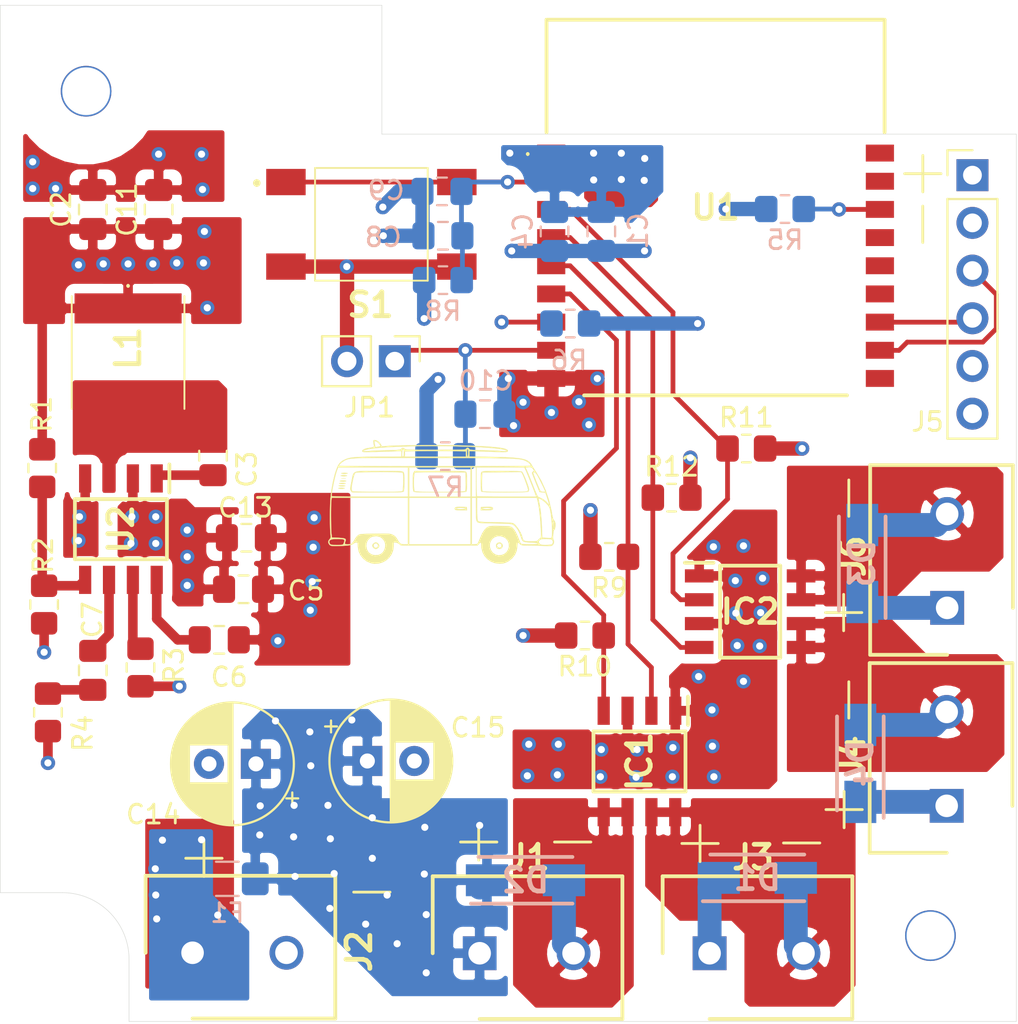
<source format=kicad_pcb>
(kicad_pcb (version 20171130) (host pcbnew "(5.1.8-0-10_14)")
  (layers (0 F.Cu signal) (1 In1.Cu power hide) (2 In2.Cu power hide) (31 B.Cu signal hide) (36 B.SilkS user hide) (37 F.SilkS user) (38 B.Mask user hide) (39 F.Mask user hide) (44 Edge.Cuts user))
  (net 0 "")
  (net 1 +3V3)
  (net 2 GND)
  (net 3 +12V)
  (net 4 "Net-(C7-Pad2)")
  (net 5 /ESP_EN)
  (net 6 /CTS_NC)
  (net 7 /RTS_NC)
  (net 8 /ESP_TXD)
  (net 9 /ESP_RXD)
  (net 10 /U2_SW)
  (net 11 /U2_BST)
  (net 12 /U2_SS)
  (net 13 /U2_COMP)
  (net 14 /U2_FB)
  (net 15 /U2_EN)
  (net 16 /PWM0_D)
  (net 17 /PWM1_D)
  (net 18 /PWM0)
  (net 19 /PWM1)
  (net 20 /GPIO2)
  (net 21 /GPIO9)
  (net 22 /PWM2_D)
  (net 23 /PWM3_D)
  (net 24 /PWM2)
  (net 25 /PWM3)
  (net 26 /GPIO8)
  (net 27 /GPIO10_NC)
  (net 28 /GPIO18_NC)
  (net 29 /GPIO19_NC)
  (net 30 /GPIO3_NC)
  (net 31 /GPIO1_NC)
  (net 32 /GPIO0_NC)
  (net 33 "Net-(F1-Pad1)")
  (module SamacSys_Parts:ESP32C3WROOM02H4 (layer F.Cu) (at 231.787 96.9656)
    (fp_text reference U1 (at 9.5 -10) (layer F.SilkS) (effects (font (size 1.27 1.27) (thickness 0.254))))
    (fp_text value ESP32-C3-WROOM-02-H4 hide)
    (pad 1 smd rect (at 0.75 -12.9 90) (size 0.9 1.5) (layers F.Cu F.Paste F.Mask) (net 1 +3V3))
    (pad 2 smd rect (at 0.75 -11.4 90) (size 0.9 1.5) (layers F.Cu F.Paste F.Mask) (net 5 /ESP_EN))
    (pad 3 smd rect (at 0.75 -9.9 90) (size 0.9 1.5) (layers F.Cu F.Paste F.Mask) (net 25 /PWM3))
    (pad 4 smd rect (at 0.75 -8.4 90) (size 0.9 1.5) (layers F.Cu F.Paste F.Mask) (net 24 /PWM2))
    (pad 5 smd rect (at 0.75 -6.9 90) (size 0.9 1.5) (layers F.Cu F.Paste F.Mask) (net 19 /PWM1))
    (pad 6 smd rect (at 0.75 -5.4 90) (size 0.9 1.5) (layers F.Cu F.Paste F.Mask) (net 18 /PWM0))
    (pad 7 smd rect (at 0.75 -3.9 90) (size 0.9 1.5) (layers F.Cu F.Paste F.Mask) (net 26 /GPIO8))
    (pad 8 smd rect (at 0.75 -2.4 90) (size 0.9 1.5) (layers F.Cu F.Paste F.Mask) (net 21 /GPIO9))
    (pad 9 smd rect (at 0.75 -0.9 90) (size 0.9 1.5) (layers F.Cu F.Paste F.Mask) (net 2 GND))
    (pad 10 smd rect (at 18.25 -0.9 90) (size 0.9 1.5) (layers F.Cu F.Paste F.Mask) (net 27 /GPIO10_NC))
    (pad 11 smd rect (at 18.25 -2.4 90) (size 0.9 1.5) (layers F.Cu F.Paste F.Mask) (net 9 /ESP_RXD))
    (pad 12 smd rect (at 18.25 -3.9 90) (size 0.9 1.5) (layers F.Cu F.Paste F.Mask) (net 8 /ESP_TXD))
    (pad 13 smd rect (at 18.25 -5.4 90) (size 0.9 1.5) (layers F.Cu F.Paste F.Mask) (net 28 /GPIO18_NC))
    (pad 14 smd rect (at 18.25 -6.9 90) (size 0.9 1.5) (layers F.Cu F.Paste F.Mask) (net 29 /GPIO19_NC))
    (pad 15 smd rect (at 18.25 -8.4 90) (size 0.9 1.5) (layers F.Cu F.Paste F.Mask) (net 30 /GPIO3_NC))
    (pad 16 smd rect (at 18.25 -9.9 90) (size 0.9 1.5) (layers F.Cu F.Paste F.Mask) (net 20 /GPIO2))
    (pad 17 smd rect (at 18.25 -11.4 90) (size 0.9 1.5) (layers F.Cu F.Paste F.Mask) (net 31 /GPIO1_NC))
    (pad 18 smd rect (at 18.25 -12.9 90) (size 0.9 1.5) (layers F.Cu F.Paste F.Mask) (net 32 /GPIO0_NC))
  )
  (module MountingHole:MountingHole_2.7mm_M2.5 (layer F.Cu) (at 252.73 125.73 90)
    (fp_text reference H2 hide)
    (fp_text value MountingHole)
    (pad "" np_thru_hole circle (at 0 0 90) (size 2.7 2.7) (drill 2.54) (layers *.Cu *.Mask) (clearance 2.54))
  )
  (module Capacitor_SMD:C_0805_2012Metric_Pad1.18x1.45mm_HandSolder (layer F.Cu) (at 208.1276 87.0712 90)
    (fp_text reference C2 (at 0 -1.68 90) (layer F.SilkS))
    (fp_text value 22uF)
    (pad 2 smd roundrect (at 1.0375 0 90) (size 1.175 1.45) (layers F.Cu F.Paste F.Mask) (roundrect_rratio 0.2127659574468085) (net 2 GND))
    (pad 1 smd roundrect (at -1.0375 0 90) (size 1.175 1.45) (layers F.Cu F.Paste F.Mask) (roundrect_rratio 0.2127659574468085) (net 1 +3V3))
  )
  (module Capacitor_SMD:C_0805_2012Metric_Pad1.18x1.45mm_HandSolder (layer F.Cu) (at 214.5284 100.1776 90)
    (fp_text reference C3 (at -0.7278 1.8034 90) (layer F.SilkS))
    (fp_text value 10nF)
    (pad 1 smd roundrect (at -1.0375 0 90) (size 1.175 1.45) (layers F.Cu F.Paste F.Mask) (roundrect_rratio 0.2127659574468085) (net 11 /U2_BST))
    (pad 2 smd roundrect (at 1.0375 0 90) (size 1.175 1.45) (layers F.Cu F.Paste F.Mask) (roundrect_rratio 0.2127659574468085) (net 10 /U2_SW))
  )
  (module Capacitor_SMD:C_0805_2012Metric_Pad1.18x1.45mm_HandSolder (layer F.Cu) (at 216.154 107.2896)
    (fp_text reference C5 (at 3.3274 0.0762) (layer F.SilkS))
    (fp_text value 10uF)
    (pad 2 smd roundrect (at 1.0375 0) (size 1.175 1.45) (layers F.Cu F.Paste F.Mask) (roundrect_rratio 0.2127659574468085) (net 2 GND))
    (pad 1 smd roundrect (at -1.0375 0) (size 1.175 1.45) (layers F.Cu F.Paste F.Mask) (roundrect_rratio 0.2127659574468085) (net 3 +12V))
  )
  (module Capacitor_SMD:C_0805_2012Metric_Pad1.18x1.45mm_HandSolder (layer F.Cu) (at 214.8625 109.982)
    (fp_text reference C6 (at 0.5295 1.9812) (layer F.SilkS))
    (fp_text value 0.1uF)
    (pad 2 smd roundrect (at 1.0375 0) (size 1.175 1.45) (layers F.Cu F.Paste F.Mask) (roundrect_rratio 0.2127659574468085) (net 2 GND))
    (pad 1 smd roundrect (at -1.0375 0) (size 1.175 1.45) (layers F.Cu F.Paste F.Mask) (roundrect_rratio 0.2127659574468085) (net 12 /U2_SS))
  )
  (module Capacitor_SMD:C_0805_2012Metric_Pad1.18x1.45mm_HandSolder (layer F.Cu) (at 208.1276 111.6076 270)
    (fp_text reference C7 (at -2.6924 0.0254 270) (layer F.SilkS))
    (fp_text value 6.8nF)
    (pad 1 smd roundrect (at -1.0375 0 270) (size 1.175 1.45) (layers F.Cu F.Paste F.Mask) (roundrect_rratio 0.2127659574468085) (net 13 /U2_COMP))
    (pad 2 smd roundrect (at 1.0375 0 270) (size 1.175 1.45) (layers F.Cu F.Paste F.Mask) (roundrect_rratio 0.2127659574468085) (net 4 "Net-(C7-Pad2)"))
  )
  (module SamacSys_Parts:SHDR2W70P0X500_1X2_1000X750X1160P (layer F.Cu) (at 213.44 126.6444)
    (fp_text reference J2 (at 8.8646 -0.0762 270) (layer F.SilkS) (effects (font (size 1.27 1.27) (thickness 0.254))))
    (fp_text value 691137710002 hide)
    (pad 2 thru_hole circle (at 5 0) (size 1.8 1.8) (drill 1.2) (layers *.Cu *.Mask) (net 2 GND))
    (pad 1 thru_hole rect (at 0 0) (size 1.8 1.8) (drill 1.2) (layers *.Cu *.Mask) (net 33 "Net-(F1-Pad1)"))
  )
  (module Connector_PinHeader_2.54mm:PinHeader_1x06_P2.54mm_Vertical (layer F.Cu) (at 254.9652 85.2424)
    (fp_text reference J5 (at -2.3876 13.1318) (layer F.SilkS))
    (fp_text value Conn_01x06_Female)
    (pad 6 thru_hole oval (at 0 12.7) (size 1.7 1.7) (drill 1) (layers *.Cu *.Mask) (net 6 /CTS_NC))
    (pad 5 thru_hole oval (at 0 10.16) (size 1.7 1.7) (drill 1) (layers *.Cu *.Mask) (net 7 /RTS_NC))
    (pad 4 thru_hole oval (at 0 7.62) (size 1.7 1.7) (drill 1) (layers *.Cu *.Mask) (net 8 /ESP_TXD))
    (pad 3 thru_hole oval (at 0 5.08) (size 1.7 1.7) (drill 1) (layers *.Cu *.Mask) (net 9 /ESP_RXD))
    (pad 2 thru_hole oval (at 0 2.54) (size 1.7 1.7) (drill 1) (layers *.Cu *.Mask) (net 2 GND))
    (pad 1 thru_hole rect (at 0 0) (size 1.7 1.7) (drill 1) (layers *.Cu *.Mask) (net 1 +3V3))
  )
  (module SamacSys_Parts:NRS6045T101MMGKV (layer F.Cu) (at 210.0072 94.3864 270)
    (fp_text reference L1 (at 0.075 0 90) (layer F.SilkS) (effects (font (size 1.27 1.27) (thickness 0.254))))
    (fp_text value NRS6045T100MMGK hide)
    (pad 1 smd rect (at -2.05 0) (size 5.7 1.6) (layers F.Cu F.Paste F.Mask) (net 1 +3V3))
    (pad 2 smd rect (at 2.65 0) (size 5.7 1.6) (layers F.Cu F.Paste F.Mask) (net 10 /U2_SW))
  )
  (module Resistor_SMD:R_0805_2012Metric_Pad1.20x1.40mm_HandSolder (layer F.Cu) (at 205.4352 100.838 270)
    (fp_text reference R1 (at -2.8702 0.0254 90) (layer F.SilkS))
    (fp_text value 26.1k)
    (pad 2 smd roundrect (at 1 0 270) (size 1.2 1.4) (layers F.Cu F.Paste F.Mask) (roundrect_rratio 0.2083325) (net 14 /U2_FB))
    (pad 1 smd roundrect (at -1 0 270) (size 1.2 1.4) (layers F.Cu F.Paste F.Mask) (roundrect_rratio 0.2083325) (net 1 +3V3))
  )
  (module Resistor_SMD:R_0805_2012Metric_Pad1.20x1.40mm_HandSolder (layer F.Cu) (at 205.5368 108.1024 270)
    (fp_text reference R2 (at -2.6162 0.0508 90) (layer F.SilkS))
    (fp_text value 10k)
    (pad 2 smd roundrect (at 1 0 270) (size 1.2 1.4) (layers F.Cu F.Paste F.Mask) (roundrect_rratio 0.2083325) (net 2 GND))
    (pad 1 smd roundrect (at -1 0 270) (size 1.2 1.4) (layers F.Cu F.Paste F.Mask) (roundrect_rratio 0.2083325) (net 14 /U2_FB))
  )
  (module Resistor_SMD:R_0805_2012Metric_Pad1.20x1.40mm_HandSolder (layer F.Cu) (at 210.6676 111.4552 90)
    (fp_text reference R3 (at 0.111 1.778 90) (layer F.SilkS))
    (fp_text value 10k)
    (pad 1 smd roundrect (at -1 0 90) (size 1.2 1.4) (layers F.Cu F.Paste F.Mask) (roundrect_rratio 0.2083325) (net 3 +12V))
    (pad 2 smd roundrect (at 1 0 90) (size 1.2 1.4) (layers F.Cu F.Paste F.Mask) (roundrect_rratio 0.2083325) (net 15 /U2_EN))
  )
  (module Resistor_SMD:R_0805_2012Metric_Pad1.20x1.40mm_HandSolder (layer F.Cu) (at 205.74 113.8428 270)
    (fp_text reference R4 (at 1.1176 -1.8542 90) (layer F.SilkS))
    (fp_text value 6.8k)
    (pad 2 smd roundrect (at 1 0 270) (size 1.2 1.4) (layers F.Cu F.Paste F.Mask) (roundrect_rratio 0.2083325) (net 2 GND))
    (pad 1 smd roundrect (at -1 0 270) (size 1.2 1.4) (layers F.Cu F.Paste F.Mask) (roundrect_rratio 0.2083325) (net 4 "Net-(C7-Pad2)"))
  )
  (module SamacSys_Parts:LL3301NF065QG (layer F.Cu) (at 222.9612 87.8586)
    (fp_text reference S1 (at -0.0508 4.2926) (layer F.SilkS) (effects (font (size 1.27 1.27) (thickness 0.254))))
    (fp_text value LL3301NF065QG hide)
    (pad 4 smd rect (at 4.55 2.25 90) (size 1.4 2.1) (layers F.Cu F.Paste F.Mask) (net 2 GND))
    (pad 3 smd rect (at -4.55 2.25 90) (size 1.4 2.1) (layers F.Cu F.Paste F.Mask) (net 2 GND))
    (pad 2 smd rect (at 4.55 -2.25 90) (size 1.4 2.1) (layers F.Cu F.Paste F.Mask) (net 5 /ESP_EN))
    (pad 1 smd rect (at -4.55 -2.25 90) (size 1.4 2.1) (layers F.Cu F.Paste F.Mask) (net 5 /ESP_EN))
  )
  (module SamacSys_Parts:SOIC127P600X150-8N (layer F.Cu) (at 209.6262 104.0892 270)
    (fp_text reference U2 (at 0 0 90) (layer F.SilkS) (effects (font (size 1.27 1.27) (thickness 0.254))))
    (fp_text value AP6502SP-13 hide)
    (pad 1 smd rect (at -2.7 -1.905) (size 0.65 1.5) (layers F.Cu F.Paste F.Mask) (net 11 /U2_BST))
    (pad 2 smd rect (at -2.7 -0.635) (size 0.65 1.5) (layers F.Cu F.Paste F.Mask) (net 3 +12V))
    (pad 3 smd rect (at -2.7 0.635) (size 0.65 1.5) (layers F.Cu F.Paste F.Mask) (net 10 /U2_SW))
    (pad 4 smd rect (at -2.7 1.905) (size 0.65 1.5) (layers F.Cu F.Paste F.Mask) (net 2 GND))
    (pad 5 smd rect (at 2.7 1.905) (size 0.65 1.5) (layers F.Cu F.Paste F.Mask) (net 14 /U2_FB))
    (pad 6 smd rect (at 2.7 0.635) (size 0.65 1.5) (layers F.Cu F.Paste F.Mask) (net 13 /U2_COMP))
    (pad 7 smd rect (at 2.7 -0.635) (size 0.65 1.5) (layers F.Cu F.Paste F.Mask) (net 15 /U2_EN))
    (pad 8 smd rect (at 2.7 -1.905) (size 0.65 1.5) (layers F.Cu F.Paste F.Mask) (net 12 /U2_SS))
  )
  (module Capacitor_SMD:C_0805_2012Metric_Pad1.18x1.45mm_HandSolder (layer F.Cu) (at 211.6328 87.0712 90)
    (fp_text reference C11 (at 0 -1.68 90) (layer F.SilkS))
    (fp_text value 22uF)
    (pad 2 smd roundrect (at 1.0375 0 90) (size 1.175 1.45) (layers F.Cu F.Paste F.Mask) (roundrect_rratio 0.2127659574468085) (net 2 GND))
    (pad 1 smd roundrect (at -1.0375 0 90) (size 1.175 1.45) (layers F.Cu F.Paste F.Mask) (roundrect_rratio 0.2127659574468085) (net 1 +3V3))
  )
  (module Capacitor_SMD:C_0805_2012Metric_Pad1.18x1.45mm_HandSolder (layer F.Cu) (at 216.3064 104.5464)
    (fp_text reference C13 (at -0.0508 -1.6002) (layer F.SilkS))
    (fp_text value 10uF)
    (pad 1 smd roundrect (at -1.0375 0) (size 1.175 1.45) (layers F.Cu F.Paste F.Mask) (roundrect_rratio 0.2127659574468085) (net 3 +12V))
    (pad 2 smd roundrect (at 1.0375 0) (size 1.175 1.45) (layers F.Cu F.Paste F.Mask) (roundrect_rratio 0.2127659574468085) (net 2 GND))
  )
  (module Capacitor_THT:CP_Radial_D6.3mm_P2.50mm (layer F.Cu) (at 216.8144 116.586 180)
    (fp_text reference C14 (at 5.461 -2.6924) (layer F.SilkS))
    (fp_text value 100uF)
    (pad 2 thru_hole circle (at 2.5 0 180) (size 1.6 1.6) (drill 0.8) (layers *.Cu *.Mask) (net 2 GND))
    (pad 1 thru_hole rect (at 0 0 180) (size 1.6 1.6) (drill 0.8) (layers *.Cu *.Mask) (net 3 +12V))
  )
  (module Capacitor_THT:CP_Radial_D6.3mm_P2.50mm (layer F.Cu) (at 222.7472 116.4336)
    (fp_text reference C15 (at 5.8928 -1.778) (layer F.SilkS))
    (fp_text value 100uF)
    (pad 1 thru_hole rect (at 0 0) (size 1.6 1.6) (drill 0.8) (layers *.Cu *.Mask) (net 3 +12V))
    (pad 2 thru_hole circle (at 2.5 0) (size 1.6 1.6) (drill 0.8) (layers *.Cu *.Mask) (net 2 GND))
  )
  (module MountingHole:MountingHole_2.7mm_M2.5 (layer F.Cu) (at 207.772 80.772)
    (fp_text reference H1 hide)
    (fp_text value MountingHole)
    (pad "" np_thru_hole circle (at 0 0) (size 2.7 2.7) (drill 2.54) (layers *.Cu *.Mask) (clearance 2.54))
  )
  (module SamacSys_Parts:DIOM5025X231N (layer B.Cu) (at 243.5098 122.6566)
    (fp_text reference D1 (at 0 0) (layer B.SilkS) (effects (font (size 1.27 1.27) (thickness 0.254)) (justify mirror)))
    (fp_text value FM4004W-W hide)
    (pad 2 smd rect (at 2.05 0 270) (size 1.7 2.25) (layers B.Cu B.Paste B.Mask) (net 17 /PWM1_D))
    (pad 1 smd rect (at -2.05 0 270) (size 1.7 2.25) (layers B.Cu B.Paste B.Mask) (net 3 +12V))
  )
  (module SamacSys_Parts:DIOM5025X231N (layer B.Cu) (at 231.1654 122.7836)
    (fp_text reference D2 (at 0 0) (layer B.SilkS) (effects (font (size 1.27 1.27) (thickness 0.254)) (justify mirror)))
    (fp_text value FM4004W-W hide)
    (pad 1 smd rect (at -2.05 0 270) (size 1.7 2.25) (layers B.Cu B.Paste B.Mask) (net 3 +12V))
    (pad 2 smd rect (at 2.05 0 270) (size 1.7 2.25) (layers B.Cu B.Paste B.Mask) (net 16 /PWM0_D))
  )
  (module SamacSys_Parts:SOIC127P600X175-8N (layer F.Cu) (at 237.236 116.459 270)
    (fp_text reference IC1 (at 0 0 90) (layer F.SilkS) (effects (font (size 1.27 1.27) (thickness 0.254))))
    (fp_text value DMN2029USD-13 hide)
    (pad 1 smd rect (at -2.7 -1.905) (size 0.65 1.5) (layers F.Cu F.Paste F.Mask) (net 2 GND))
    (pad 2 smd rect (at -2.7 -0.635) (size 0.65 1.5) (layers F.Cu F.Paste F.Mask) (net 19 /PWM1))
    (pad 3 smd rect (at -2.7 0.635) (size 0.65 1.5) (layers F.Cu F.Paste F.Mask) (net 2 GND))
    (pad 4 smd rect (at -2.7 1.905) (size 0.65 1.5) (layers F.Cu F.Paste F.Mask) (net 18 /PWM0))
    (pad 5 smd rect (at 2.7 1.905) (size 0.65 1.5) (layers F.Cu F.Paste F.Mask) (net 16 /PWM0_D))
    (pad 6 smd rect (at 2.7 0.635) (size 0.65 1.5) (layers F.Cu F.Paste F.Mask) (net 16 /PWM0_D))
    (pad 7 smd rect (at 2.7 -0.635) (size 0.65 1.5) (layers F.Cu F.Paste F.Mask) (net 17 /PWM1_D))
    (pad 8 smd rect (at 2.7 -1.905) (size 0.65 1.5) (layers F.Cu F.Paste F.Mask) (net 17 /PWM1_D))
  )
  (module SamacSys_Parts:SHDR2W70P0X500_1X2_1000X750X1160P (layer F.Cu) (at 240.9698 126.6698)
    (fp_text reference J3 (at 2.3114 -5.1054) (layer F.SilkS) (effects (font (size 1.27 1.27) (thickness 0.254))))
    (fp_text value 691137710002 hide)
    (pad 2 thru_hole circle (at 5 0) (size 1.8 1.8) (drill 1.2) (layers *.Cu *.Mask) (net 17 /PWM1_D))
    (pad 1 thru_hole rect (at 0 0) (size 1.8 1.8) (drill 1.2) (layers *.Cu *.Mask) (net 3 +12V))
  )
  (module SamacSys_Parts:SHDR2W70P0X500_1X2_1000X750X1160P (layer F.Cu) (at 228.727 126.6698)
    (fp_text reference J1 (at 2.6162 -5.1054) (layer F.SilkS) (effects (font (size 1.27 1.27) (thickness 0.254))))
    (fp_text value 691137710002 hide)
    (pad 1 thru_hole rect (at 0 0) (size 1.8 1.8) (drill 1.2) (layers *.Cu *.Mask) (net 3 +12V))
    (pad 2 thru_hole circle (at 5 0) (size 1.8 1.8) (drill 1.2) (layers *.Cu *.Mask) (net 16 /PWM0_D))
  )
  (module Resistor_SMD:R_0805_2012Metric_Pad1.20x1.40mm_HandSolder (layer F.Cu) (at 235.6264 105.5624 180)
    (fp_text reference R9 (at 0 -1.65) (layer F.SilkS))
    (fp_text value 10k)
    (pad 2 smd roundrect (at 1 0 180) (size 1.2 1.4) (layers F.Cu F.Paste F.Mask) (roundrect_rratio 0.208333) (net 2 GND))
    (pad 1 smd roundrect (at -1 0 180) (size 1.2 1.4) (layers F.Cu F.Paste F.Mask) (roundrect_rratio 0.208333) (net 19 /PWM1))
  )
  (module Resistor_SMD:R_0805_2012Metric_Pad1.20x1.40mm_HandSolder (layer F.Cu) (at 234.331 109.7534 180)
    (fp_text reference R10 (at 0 -1.65) (layer F.SilkS))
    (fp_text value 10k)
    (pad 1 smd roundrect (at -1 0 180) (size 1.2 1.4) (layers F.Cu F.Paste F.Mask) (roundrect_rratio 0.208333) (net 18 /PWM0))
    (pad 2 smd roundrect (at 1 0 180) (size 1.2 1.4) (layers F.Cu F.Paste F.Mask) (roundrect_rratio 0.208333) (net 2 GND))
  )
  (module SamacSys_Parts:DIOM5025X231N (layer B.Cu) (at 249.0978 105.918 90)
    (fp_text reference D3 (at 0 0 270) (layer B.SilkS) (effects (font (size 1.27 1.27) (thickness 0.254)) (justify mirror)))
    (fp_text value FM4004W-W hide)
    (pad 2 smd rect (at 2.05 0) (size 1.7 2.25) (layers B.Cu B.Paste B.Mask) (net 23 /PWM3_D))
    (pad 1 smd rect (at -2.05 0) (size 1.7 2.25) (layers B.Cu B.Paste B.Mask) (net 3 +12V))
  )
  (module SamacSys_Parts:DIOM5025X231N (layer B.Cu) (at 248.9962 116.5606 90)
    (fp_text reference D4 (at 0 0 270) (layer B.SilkS) (effects (font (size 1.27 1.27) (thickness 0.254)) (justify mirror)))
    (fp_text value FM4004W-W hide)
    (pad 1 smd rect (at -2.05 0) (size 1.7 2.25) (layers B.Cu B.Paste B.Mask) (net 3 +12V))
    (pad 2 smd rect (at 2.05 0) (size 1.7 2.25) (layers B.Cu B.Paste B.Mask) (net 22 /PWM2_D))
  )
  (module SamacSys_Parts:SOIC127P600X175-8N (layer F.Cu) (at 243.1288 108.4834)
    (fp_text reference IC2 (at 0 0) (layer F.SilkS) (effects (font (size 1.27 1.27) (thickness 0.254))))
    (fp_text value DMN2029USD-13 hide)
    (pad 1 smd rect (at -2.712 -1.905 90) (size 0.7 1.525) (layers F.Cu F.Paste F.Mask) (net 2 GND))
    (pad 2 smd rect (at -2.712 -0.635 90) (size 0.7 1.525) (layers F.Cu F.Paste F.Mask) (net 25 /PWM3))
    (pad 3 smd rect (at -2.712 0.635 90) (size 0.7 1.525) (layers F.Cu F.Paste F.Mask) (net 2 GND))
    (pad 4 smd rect (at -2.712 1.905 90) (size 0.7 1.525) (layers F.Cu F.Paste F.Mask) (net 24 /PWM2))
    (pad 5 smd rect (at 2.712 1.905 90) (size 0.7 1.525) (layers F.Cu F.Paste F.Mask) (net 22 /PWM2_D))
    (pad 6 smd rect (at 2.712 0.635 90) (size 0.7 1.525) (layers F.Cu F.Paste F.Mask) (net 22 /PWM2_D))
    (pad 7 smd rect (at 2.712 -0.635 90) (size 0.7 1.525) (layers F.Cu F.Paste F.Mask) (net 23 /PWM3_D))
    (pad 8 smd rect (at 2.712 -1.905 90) (size 0.7 1.525) (layers F.Cu F.Paste F.Mask) (net 23 /PWM3_D))
  )
  (module SamacSys_Parts:SHDR2W70P0X500_1X2_1000X750X1160P (layer F.Cu) (at 253.619 108.2802 90)
    (fp_text reference J6 (at 2.7432 -5.0292 90) (layer F.SilkS) (effects (font (size 1.27 1.27) (thickness 0.254))))
    (fp_text value 691137710002 hide)
    (pad 2 thru_hole circle (at 5 0 90) (size 1.8 1.8) (drill 1.2) (layers *.Cu *.Mask) (net 23 /PWM3_D))
    (pad 1 thru_hole rect (at 0 0 90) (size 1.8 1.8) (drill 1.2) (layers *.Cu *.Mask) (net 3 +12V))
  )
  (module SamacSys_Parts:SHDR2W70P0X500_1X2_1000X750X1160P (layer F.Cu) (at 253.5936 118.8212 90)
    (fp_text reference J4 (at 2.6416 -5.0292 90) (layer F.SilkS) (effects (font (size 1.27 1.27) (thickness 0.254))))
    (fp_text value 691137710002 hide)
    (pad 1 thru_hole rect (at 0 0 90) (size 1.8 1.8) (drill 1.2) (layers *.Cu *.Mask) (net 3 +12V))
    (pad 2 thru_hole circle (at 5 0 90) (size 1.8 1.8) (drill 1.2) (layers *.Cu *.Mask) (net 22 /PWM2_D))
  )
  (module Connector_PinHeader_2.54mm:PinHeader_1x02_P2.54mm_Vertical (layer F.Cu) (at 224.2058 95.1484 270)
    (fp_text reference JP1 (at 2.4638 1.3462 180) (layer F.SilkS))
    (fp_text value Jumper_2_Open)
    (pad 1 thru_hole rect (at 0 0 270) (size 1.7 1.7) (drill 1) (layers *.Cu *.Mask) (net 21 /GPIO9))
    (pad 2 thru_hole oval (at 0 2.54 270) (size 1.7 1.7) (drill 1) (layers *.Cu *.Mask) (net 2 GND))
  )
  (module Resistor_SMD:R_0805_2012Metric_Pad1.20x1.40mm_HandSolder (layer F.Cu) (at 242.9256 99.7966)
    (fp_text reference R11 (at 0 -1.65) (layer F.SilkS))
    (fp_text value 10k)
    (pad 2 smd roundrect (at 1 0) (size 1.2 1.4) (layers F.Cu F.Paste F.Mask) (roundrect_rratio 0.208333) (net 2 GND))
    (pad 1 smd roundrect (at -1 0) (size 1.2 1.4) (layers F.Cu F.Paste F.Mask) (roundrect_rratio 0.208333) (net 25 /PWM3))
  )
  (module Resistor_SMD:R_0805_2012Metric_Pad1.20x1.40mm_HandSolder (layer F.Cu) (at 238.9472 102.4128)
    (fp_text reference R12 (at 0 -1.65) (layer F.SilkS))
    (fp_text value 10k)
    (pad 1 smd roundrect (at -1 0) (size 1.2 1.4) (layers F.Cu F.Paste F.Mask) (roundrect_rratio 0.208333) (net 24 /PWM2))
    (pad 2 smd roundrect (at 1 0) (size 1.2 1.4) (layers F.Cu F.Paste F.Mask) (roundrect_rratio 0.208333) (net 2 GND))
  )
  (module Capacitor_SMD:C_0805_2012Metric_Pad1.18x1.45mm_HandSolder (layer B.Cu) (at 235.204 88.2357 270)
    (fp_text reference C1 (at -0.0215 -1.9558 90) (layer B.SilkS) (effects (justify mirror)))
    (fp_text value .1uF)
    (pad 2 smd roundrect (at 1.0375 0 270) (size 1.175 1.45) (layers B.Cu B.Paste B.Mask) (roundrect_rratio 0.212766) (net 2 GND))
    (pad 1 smd roundrect (at -1.0375 0 270) (size 1.175 1.45) (layers B.Cu B.Paste B.Mask) (roundrect_rratio 0.212766) (net 1 +3V3))
  )
  (module Capacitor_SMD:C_0805_2012Metric_Pad1.18x1.45mm_HandSolder (layer B.Cu) (at 232.7148 88.2396 270)
    (fp_text reference C4 (at 0 1.68 90) (layer B.SilkS) (effects (justify mirror)))
    (fp_text value 22uF)
    (pad 1 smd roundrect (at -1.0375 0 270) (size 1.175 1.45) (layers B.Cu B.Paste B.Mask) (roundrect_rratio 0.212766) (net 1 +3V3))
    (pad 2 smd roundrect (at 1.0375 0 270) (size 1.175 1.45) (layers B.Cu B.Paste B.Mask) (roundrect_rratio 0.212766) (net 2 GND))
  )
  (module Capacitor_SMD:C_0805_2012Metric_Pad1.18x1.45mm_HandSolder (layer B.Cu) (at 226.7712 88.4682 180)
    (fp_text reference C8 (at 3.175 -0.0762) (layer B.SilkS) (effects (justify mirror)))
    (fp_text value 1uF)
    (pad 1 smd roundrect (at -1.0375 0 180) (size 1.175 1.45) (layers B.Cu B.Paste B.Mask) (roundrect_rratio 0.212766) (net 5 /ESP_EN))
    (pad 2 smd roundrect (at 1.0375 0 180) (size 1.175 1.45) (layers B.Cu B.Paste B.Mask) (roundrect_rratio 0.212766) (net 2 GND))
  )
  (module Capacitor_SMD:C_0805_2012Metric_Pad1.18x1.45mm_HandSolder (layer B.Cu) (at 226.7204 86.106 180)
    (fp_text reference C9 (at 2.9718 0.0508) (layer B.SilkS) (effects (justify mirror)))
    (fp_text value 0.1uF)
    (pad 2 smd roundrect (at 1.0375 0 180) (size 1.175 1.45) (layers B.Cu B.Paste B.Mask) (roundrect_rratio 0.212766) (net 2 GND))
    (pad 1 smd roundrect (at -1.0375 0 180) (size 1.175 1.45) (layers B.Cu B.Paste B.Mask) (roundrect_rratio 0.212766) (net 5 /ESP_EN))
  )
  (module Capacitor_SMD:C_0805_2012Metric_Pad1.18x1.45mm_HandSolder (layer B.Cu) (at 229.0064 97.9678)
    (fp_text reference C10 (at 0.0508 -1.778) (layer B.SilkS) (effects (justify mirror)))
    (fp_text value 0.1uF)
    (pad 1 smd roundrect (at -1.0375 0) (size 1.175 1.45) (layers B.Cu B.Paste B.Mask) (roundrect_rratio 0.212766) (net 21 /GPIO9))
    (pad 2 smd roundrect (at 1.0375 0) (size 1.175 1.45) (layers B.Cu B.Paste B.Mask) (roundrect_rratio 0.212766) (net 2 GND))
  )
  (module Resistor_SMD:R_0805_2012Metric_Pad1.20x1.40mm_HandSolder (layer B.Cu) (at 244.983 87.0458)
    (fp_text reference R5 (at 0 1.65) (layer B.SilkS) (effects (justify mirror)))
    (fp_text value 10k)
    (pad 1 smd roundrect (at -1 0) (size 1.2 1.4) (layers B.Cu B.Paste B.Mask) (roundrect_rratio 0.208333) (net 1 +3V3))
    (pad 2 smd roundrect (at 1 0) (size 1.2 1.4) (layers B.Cu B.Paste B.Mask) (roundrect_rratio 0.208333) (net 20 /GPIO2))
  )
  (module Resistor_SMD:R_0805_2012Metric_Pad1.20x1.40mm_HandSolder (layer B.Cu) (at 233.553 93.1418 180)
    (fp_text reference R6 (at 0.0762 -1.9558) (layer B.SilkS) (effects (justify mirror)))
    (fp_text value 10k)
    (pad 2 smd roundrect (at 1 0 180) (size 1.2 1.4) (layers B.Cu B.Paste B.Mask) (roundrect_rratio 0.208333) (net 26 /GPIO8))
    (pad 1 smd roundrect (at -1 0 180) (size 1.2 1.4) (layers B.Cu B.Paste B.Mask) (roundrect_rratio 0.208333) (net 1 +3V3))
  )
  (module Resistor_SMD:R_0805_2012Metric_Pad1.20x1.40mm_HandSolder (layer B.Cu) (at 226.8982 100.203)
    (fp_text reference R7 (at 0 1.65) (layer B.SilkS) (effects (justify mirror)))
    (fp_text value 10k)
    (pad 1 smd roundrect (at -1 0) (size 1.2 1.4) (layers B.Cu B.Paste B.Mask) (roundrect_rratio 0.208333) (net 1 +3V3))
    (pad 2 smd roundrect (at 1 0) (size 1.2 1.4) (layers B.Cu B.Paste B.Mask) (roundrect_rratio 0.208333) (net 21 /GPIO9))
  )
  (module Resistor_SMD:R_0805_2012Metric_Pad1.20x1.40mm_HandSolder (layer B.Cu) (at 226.7712 90.8304)
    (fp_text reference R8 (at 0 1.65) (layer B.SilkS) (effects (justify mirror)))
    (fp_text value 10k)
    (pad 2 smd roundrect (at 1 0) (size 1.2 1.4) (layers B.Cu B.Paste B.Mask) (roundrect_rratio 0.208333) (net 5 /ESP_EN))
    (pad 1 smd roundrect (at -1 0) (size 1.2 1.4) (layers B.Cu B.Paste B.Mask) (roundrect_rratio 0.208333) (net 1 +3V3))
  )
  (module Fuse:Fuse_1206_3216Metric_Pad1.42x1.75mm_HandSolder (layer B.Cu) (at 215.2904 122.7074)
    (fp_text reference F1 (at 0 1.82) (layer B.SilkS) (effects (justify mirror)))
    (fp_text value 5A)
    (pad 1 smd roundrect (at -1.4875 0) (size 1.425 1.75) (layers B.Cu B.Paste B.Mask) (roundrect_rratio 0.175439) (net 33 "Net-(F1-Pad1)"))
    (pad 2 smd roundrect (at 1.4875 0) (size 1.425 1.75) (layers B.Cu B.Paste B.Mask) (roundrect_rratio 0.175439) (net 3 +12V))
  )
  (module SamacSys_Parts:van_pic (layer F.Cu) (at 226.7204 102.6414)
    (fp_text reference G1 hide)
    (fp_text value Van_Graphic hide)
  )
  (gr_text - (at 252.1204 87.8586 90) (layer F.SilkS) (effects (font (size 2.54 2.54))))
  (gr_text + (at 252.3236 84.963) (layer F.SilkS) (effects (font (size 2.54 2.54))))
  (gr_text - (at 248.1834 102.4382 90) (layer F.SilkS) (effects (font (size 2.54 2.54))))
  (gr_text - (at 248.1834 113.1824 90) (layer F.SilkS) (effects (font (size 2.54 2.54))))
  (gr_text + (at 248.1072 108.331) (layer F.SilkS) (effects (font (size 2.54 2.54))))
  (gr_text + (at 248.1326 118.8212) (layer F.SilkS) (effects (font (size 2.54 2.54))))
  (gr_text + (at 214.0458 121.412) (layer F.SilkS) (effects (font (size 2.54 2.54))))
  (gr_text - (at 222.9866 123.2154) (layer F.SilkS) (effects (font (size 2.54 2.54))))
  (gr_text - (at 245.872 120.5992) (layer F.SilkS) (effects (font (size 2.54 2.54))))
  (gr_text + (at 240.4618 120.6246) (layer F.SilkS) (effects (font (size 2.54 2.54))))
  (gr_text - (at 233.68 120.5484) (layer F.SilkS) (effects (font (size 2.54 2.54))))
  (gr_text + (at 228.6762 120.5484) (layer F.SilkS) (effects (font (size 2.54 2.54))))
  (gr_line (start 223.52 83.058) (end 257.302 83.058) (layer Edge.Cuts) (width 0.0254))
  (gr_line (start 223.52 83.058) (end 223.52 76.2) (layer Edge.Cuts) (width 0.0254))
  (gr_line (start 206.502 123.444) (end 203.2 123.444) (layer Edge.Cuts) (width 0.0254))
  (gr_line (start 210.058 127) (end 210.058 130.302) (layer Edge.Cuts) (width 0.0254))
  (gr_arc (start 206.502 127) (end 206.502 123.444) (angle 90) (layer Edge.Cuts) (width 0.0254))
  (gr_line (start 203.2 123.444) (end 203.2 76.2) (layer Edge.Cuts) (width 0.0254))
  (gr_line (start 210.058 130.302) (end 257.302 130.302) (layer Edge.Cuts) (width 0.0254))
  (gr_line (start 257.302 83.058) (end 257.302 130.302) (layer Edge.Cuts) (width 0.0254))
  (gr_line (start 203.2 76.2) (end 223.52 76.2) (layer Edge.Cuts) (width 0.0254))
  (via (at 230.5304 98.5774) (size 0.762) (drill 0.381) (layers F.Cu B.Cu) (net 2))
  (segment (start 205.4352 99.838) (end 205.4352 92.71) (width 0.508) (layer F.Cu) (net 1))
  (via (at 210.0072 89.9668) (size 0.762) (drill 0.381) (layers F.Cu B.Cu) (net 1))
  (via (at 211.328 89.9668) (size 0.762) (drill 0.381) (layers F.Cu B.Cu) (net 1))
  (via (at 212.598 89.916) (size 0.762) (drill 0.381) (layers F.Cu B.Cu) (net 1))
  (via (at 208.6864 89.9668) (size 0.762) (drill 0.381) (layers F.Cu B.Cu) (net 1))
  (via (at 207.3656 90.0176) (size 0.762) (drill 0.381) (layers F.Cu B.Cu) (net 1))
  (via (at 214.0204 89.916) (size 0.762) (drill 0.381) (layers F.Cu B.Cu) (net 1))
  (via (at 214.0712 88.2396) (size 0.762) (drill 0.381) (layers F.Cu B.Cu) (net 1))
  (via (at 214.2236 92.3036) (size 0.762) (drill 0.381) (layers F.Cu B.Cu) (net 1))
  (segment (start 232.55 84.0696) (end 234.7932 84.0696) (width 0.762) (layer F.Cu) (net 1))
  (segment (start 232.55 84.0696) (end 230.3316 84.0696) (width 0.762) (layer F.Cu) (net 1))
  (segment (start 230.3316 84.0696) (end 230.3316 84.0696) (width 0.762) (layer F.Cu) (net 1))
  (segment (start 234.7932 84.0696) (end 234.7932 84.0696) (width 0.762) (layer F.Cu) (net 1))
  (segment (start 230.3316 84.0696) (end 230.3316 84.0696) (width 0.762) (layer F.Cu) (net 1))
  (via (at 230.3316 84.0696) (size 0.762) (drill 0.381) (layers F.Cu B.Cu) (net 1))
  (segment (start 234.7932 84.0696) (end 234.7932 84.0696) (width 0.762) (layer F.Cu) (net 1))
  (via (at 234.7932 84.0696) (size 0.762) (drill 0.381) (layers F.Cu B.Cu) (net 1))
  (via (at 234.7976 85.4964) (size 0.762) (drill 0.381) (layers F.Cu B.Cu) (net 1))
  (via (at 236.2708 84.074) (size 0.762) (drill 0.381) (layers F.Cu B.Cu) (net 1))
  (via (at 236.2708 85.471) (size 0.762) (drill 0.381) (layers F.Cu B.Cu) (net 1))
  (via (at 237.5154 84.3534) (size 0.762) (drill 0.381) (layers F.Cu B.Cu) (net 1))
  (via (at 237.49 85.5218) (size 0.762) (drill 0.381) (layers F.Cu B.Cu) (net 1))
  (segment (start 243.983 87.0458) (end 241.8334 87.0458) (width 0.762) (layer B.Cu) (net 1))
  (segment (start 241.8334 87.0458) (end 241.8334 87.0458) (width 0.762) (layer B.Cu) (net 1))
  (via (at 241.8334 87.0458) (size 0.762) (drill 0.381) (layers F.Cu B.Cu) (net 1))
  (segment (start 225.7712 90.8304) (end 225.7712 92.8784) (width 0.762) (layer B.Cu) (net 1))
  (segment (start 225.7712 92.8784) (end 225.7712 92.8784) (width 0.762) (layer B.Cu) (net 1))
  (via (at 225.7712 92.8784) (size 0.762) (drill 0.381) (layers F.Cu B.Cu) (net 1))
  (segment (start 234.553 93.1418) (end 240.3348 93.1418) (width 0.762) (layer B.Cu) (net 1))
  (segment (start 240.3348 93.1418) (end 240.3348 93.1418) (width 0.762) (layer B.Cu) (net 1))
  (via (at 240.3348 93.1418) (size 0.762) (drill 0.381) (layers F.Cu B.Cu) (net 1))
  (segment (start 225.8982 100.203) (end 225.8982 96.7326) (width 0.762) (layer B.Cu) (net 1))
  (segment (start 225.8982 96.7326) (end 226.5172 96.1136) (width 0.762) (layer B.Cu) (net 1))
  (segment (start 226.5172 96.1136) (end 226.5172 96.1136) (width 0.762) (layer B.Cu) (net 1))
  (via (at 226.5172 96.1136) (size 0.762) (drill 0.381) (layers F.Cu B.Cu) (net 1))
  (segment (start 205.5368 109.1024) (end 205.5368 110.6424) (width 0.508) (layer F.Cu) (net 2))
  (segment (start 205.5368 110.6424) (end 205.5368 110.6424) (width 0.508) (layer F.Cu) (net 2))
  (via (at 205.5368 110.6424) (size 0.762) (drill 0.381) (layers F.Cu B.Cu) (net 2))
  (segment (start 205.74 114.8428) (end 205.74 116.5352) (width 0.508) (layer F.Cu) (net 2))
  (segment (start 205.74 116.5352) (end 205.74 116.5352) (width 0.508) (layer F.Cu) (net 2))
  (via (at 205.74 116.5352) (size 0.762) (drill 0.381) (layers F.Cu B.Cu) (net 2))
  (via (at 207.4164 103.4288) (size 0.762) (drill 0.381) (layers F.Cu B.Cu) (net 2))
  (via (at 207.3656 104.6988) (size 0.762) (drill 0.381) (layers F.Cu B.Cu) (net 2))
  (via (at 206.1464 85.9536) (size 0.762) (drill 0.381) (layers F.Cu B.Cu) (net 2))
  (via (at 204.9272 85.9536) (size 0.762) (drill 0.381) (layers F.Cu B.Cu) (net 2))
  (via (at 204.9272 84.5312) (size 0.762) (drill 0.381) (layers F.Cu B.Cu) (net 2))
  (via (at 211.6328 84.1248) (size 0.762) (drill 0.381) (layers F.Cu B.Cu) (net 2))
  (via (at 213.9188 84.1248) (size 0.762) (drill 0.381) (layers F.Cu B.Cu) (net 2))
  (via (at 213.9696 86.0044) (size 0.762) (drill 0.381) (layers F.Cu B.Cu) (net 2))
  (via (at 219.9132 103.4796) (size 0.762) (drill 0.381) (layers F.Cu B.Cu) (net 2))
  (via (at 219.8624 105.0544) (size 0.762) (drill 0.381) (layers F.Cu B.Cu) (net 2))
  (via (at 219.8116 106.8832) (size 0.762) (drill 0.381) (layers F.Cu B.Cu) (net 2))
  (via (at 219.71 108.4072) (size 0.762) (drill 0.381) (layers F.Cu B.Cu) (net 2))
  (via (at 217.9828 110.0328) (size 0.762) (drill 0.381) (layers F.Cu B.Cu) (net 2))
  (segment (start 249.9824 84.0696) (end 249.978 84.074) (width 0.762) (layer F.Cu) (net 32))
  (segment (start 250.05 84.0696) (end 249.9824 84.0696) (width 0.762) (layer F.Cu) (net 32))
  (segment (start 232.55 96.0696) (end 234.994 96.0696) (width 0.762) (layer F.Cu) (net 2))
  (segment (start 232.55 96.0696) (end 232.55 97.8792) (width 0.762) (layer F.Cu) (net 2))
  (segment (start 234.994 96.0696) (end 234.994 96.0696) (width 0.762) (layer F.Cu) (net 2))
  (segment (start 232.55 97.8792) (end 232.55 97.8792) (width 0.762) (layer F.Cu) (net 2))
  (segment (start 234.994 96.0696) (end 234.994 96.0696) (width 0.762) (layer F.Cu) (net 2))
  (via (at 234.994 96.0696) (size 0.762) (drill 0.381) (layers F.Cu B.Cu) (net 2))
  (segment (start 232.55 97.8792) (end 232.55 97.8792) (width 0.762) (layer F.Cu) (net 2))
  (via (at 232.55 97.8792) (size 0.762) (drill 0.381) (layers F.Cu B.Cu) (net 2))
  (segment (start 232.537 96.0656) (end 230.2538 96.0656) (width 0.762) (layer F.Cu) (net 2))
  (segment (start 230.2538 96.0656) (end 230.2538 96.0656) (width 0.762) (layer F.Cu) (net 2))
  (via (at 230.2538 96.0656) (size 0.762) (drill 0.381) (layers F.Cu B.Cu) (net 2))
  (segment (start 221.6658 95.1484) (end 221.6658 90.1954) (width 0.762) (layer F.Cu) (net 2))
  (segment (start 221.579 90.1086) (end 221.651 90.1086) (width 0.762) (layer F.Cu) (net 2))
  (segment (start 221.6658 90.1954) (end 221.579 90.1086) (width 0.762) (layer F.Cu) (net 2))
  (segment (start 218.4112 90.1086) (end 221.579 90.1086) (width 0.762) (layer F.Cu) (net 2))
  (segment (start 221.651 90.1086) (end 227.5112 90.1086) (width 0.762) (layer F.Cu) (net 2))
  (via (at 221.651 90.1086) (size 0.762) (drill 0.381) (layers F.Cu B.Cu) (net 2))
  (segment (start 234.6264 105.5624) (end 234.6264 103.0798) (width 0.762) (layer F.Cu) (net 2))
  (segment (start 239.9472 102.4128) (end 239.9472 100.2858) (width 0.762) (layer F.Cu) (net 2))
  (segment (start 233.331 109.7534) (end 231.0384 109.7534) (width 0.762) (layer F.Cu) (net 2))
  (segment (start 243.9256 99.7966) (end 245.8974 99.7966) (width 0.762) (layer F.Cu) (net 2))
  (segment (start 245.8974 99.7966) (end 245.8974 99.7966) (width 0.762) (layer F.Cu) (net 2))
  (via (at 245.8974 99.7966) (size 0.762) (drill 0.381) (layers F.Cu B.Cu) (net 2))
  (segment (start 239.9472 100.2858) (end 239.9472 100.2858) (width 0.762) (layer F.Cu) (net 2))
  (via (at 239.9472 100.2858) (size 0.762) (drill 0.381) (layers F.Cu B.Cu) (net 2))
  (segment (start 234.6264 103.0798) (end 234.6264 103.0798) (width 0.762) (layer F.Cu) (net 2))
  (via (at 234.6264 103.0798) (size 0.762) (drill 0.381) (layers F.Cu B.Cu) (net 2))
  (segment (start 231.0384 109.7534) (end 231.0384 109.7534) (width 0.762) (layer F.Cu) (net 2))
  (via (at 231.0384 109.7534) (size 0.762) (drill 0.381) (layers F.Cu B.Cu) (net 2))
  (via (at 231.3432 115.5446) (size 0.762) (drill 0.381) (layers F.Cu B.Cu) (net 2))
  (via (at 232.918 115.5446) (size 0.762) (drill 0.381) (layers F.Cu B.Cu) (net 2))
  (via (at 231.267 117.221) (size 0.762) (drill 0.381) (layers F.Cu B.Cu) (net 2))
  (via (at 232.8672 117.1702) (size 0.762) (drill 0.381) (layers F.Cu B.Cu) (net 2))
  (via (at 235.204 115.824) (size 0.762) (drill 0.381) (layers F.Cu B.Cu) (net 2))
  (via (at 235.1532 117.2718) (size 0.762) (drill 0.381) (layers F.Cu B.Cu) (net 2))
  (via (at 237.109 115.824) (size 0.762) (drill 0.381) (layers F.Cu B.Cu) (net 2))
  (via (at 237.0582 117.2972) (size 0.762) (drill 0.381) (layers F.Cu B.Cu) (net 2))
  (via (at 239.014 115.7224) (size 0.762) (drill 0.381) (layers F.Cu B.Cu) (net 2))
  (via (at 238.9886 117.2718) (size 0.762) (drill 0.381) (layers F.Cu B.Cu) (net 2))
  (via (at 241.1222 115.6462) (size 0.762) (drill 0.381) (layers F.Cu B.Cu) (net 2))
  (via (at 241.1984 117.2718) (size 0.762) (drill 0.381) (layers F.Cu B.Cu) (net 2))
  (via (at 241.0968 113.7158) (size 0.762) (drill 0.381) (layers F.Cu B.Cu) (net 2))
  (via (at 240.3856 111.9378) (size 0.762) (drill 0.381) (layers F.Cu B.Cu) (net 2))
  (via (at 242.443 110.2868) (size 0.762) (drill 0.381) (layers F.Cu B.Cu) (net 2))
  (via (at 243.6368 110.3122) (size 0.762) (drill 0.381) (layers F.Cu B.Cu) (net 2))
  (via (at 242.3668 108.5596) (size 0.762) (drill 0.381) (layers F.Cu B.Cu) (net 2))
  (via (at 243.6876 108.5342) (size 0.762) (drill 0.381) (layers F.Cu B.Cu) (net 2))
  (via (at 242.3414 106.8324) (size 0.762) (drill 0.381) (layers F.Cu B.Cu) (net 2))
  (via (at 243.7892 106.7054) (size 0.762) (drill 0.381) (layers F.Cu B.Cu) (net 2))
  (via (at 241.173 105.029) (size 0.762) (drill 0.381) (layers F.Cu B.Cu) (net 2))
  (via (at 242.7732 104.9782) (size 0.762) (drill 0.381) (layers F.Cu B.Cu) (net 2))
  (via (at 242.7732 112.1918) (size 0.762) (drill 0.381) (layers F.Cu B.Cu) (net 2))
  (segment (start 230.0439 96.2755) (end 230.2538 96.0656) (width 0.762) (layer B.Cu) (net 2))
  (segment (start 230.0439 97.9678) (end 230.0439 96.2755) (width 0.762) (layer B.Cu) (net 2))
  (segment (start 225.6829 88.4174) (end 225.7337 88.4682) (width 0.762) (layer B.Cu) (net 2))
  (segment (start 225.6829 86.106) (end 225.6829 88.4174) (width 0.762) (layer B.Cu) (net 2))
  (segment (start 225.7337 88.4682) (end 223.5962 88.4682) (width 0.762) (layer B.Cu) (net 2))
  (segment (start 223.5962 88.4682) (end 223.5962 88.4682) (width 0.762) (layer B.Cu) (net 2))
  (via (at 223.5962 88.4682) (size 0.762) (drill 0.381) (layers F.Cu B.Cu) (net 2))
  (segment (start 225.6829 86.106) (end 224.409 86.106) (width 0.762) (layer B.Cu) (net 2))
  (segment (start 224.409 86.106) (end 223.5708 86.9442) (width 0.762) (layer B.Cu) (net 2))
  (segment (start 223.5708 86.9442) (end 223.5708 86.9442) (width 0.762) (layer B.Cu) (net 2))
  (via (at 223.5708 86.9442) (size 0.762) (drill 0.381) (layers F.Cu B.Cu) (net 2))
  (segment (start 235.2001 89.2771) (end 235.204 89.2732) (width 0.762) (layer B.Cu) (net 2))
  (segment (start 232.7148 89.2771) (end 235.2001 89.2771) (width 0.762) (layer B.Cu) (net 2))
  (segment (start 235.204 89.2732) (end 237.5076 89.2732) (width 0.762) (layer B.Cu) (net 2))
  (segment (start 232.7148 89.2771) (end 230.4327 89.2771) (width 0.762) (layer B.Cu) (net 2))
  (segment (start 237.5076 89.2732) (end 237.5076 89.2732) (width 0.762) (layer B.Cu) (net 2))
  (via (at 237.5076 89.2732) (size 0.762) (drill 0.381) (layers F.Cu B.Cu) (net 2))
  (segment (start 230.4327 89.2771) (end 230.4327 89.2771) (width 0.762) (layer B.Cu) (net 2))
  (via (at 230.4327 89.2771) (size 0.762) (drill 0.381) (layers F.Cu B.Cu) (net 2))
  (via (at 234.0102 97.3074) (size 0.762) (drill 0.381) (layers F.Cu B.Cu) (net 2))
  (via (at 231.0384 97.3328) (size 0.762) (drill 0.381) (layers F.Cu B.Cu) (net 2))
  (via (at 234.5436 98.5266) (size 0.762) (drill 0.381) (layers F.Cu B.Cu) (net 2))
  (segment (start 210.6676 112.4552) (end 212.7344 112.4552) (width 0.508) (layer F.Cu) (net 3))
  (segment (start 212.7344 112.4552) (end 212.7344 112.4552) (width 0.508) (layer F.Cu) (net 3))
  (via (at 212.7344 112.4552) (size 0.762) (drill 0.381) (layers F.Cu B.Cu) (net 3))
  (via (at 210.2104 103.4288) (size 0.762) (drill 0.381) (layers F.Cu B.Cu) (net 3))
  (via (at 211.4804 103.4288) (size 0.762) (drill 0.381) (layers F.Cu B.Cu) (net 3))
  (via (at 210.1596 104.8512) (size 0.762) (drill 0.381) (layers F.Cu B.Cu) (net 3))
  (via (at 211.4804 104.8512) (size 0.762) (drill 0.381) (layers F.Cu B.Cu) (net 3))
  (via (at 213.1568 104.14) (size 0.762) (drill 0.381) (layers F.Cu B.Cu) (net 3))
  (via (at 213.1568 105.5624) (size 0.762) (drill 0.381) (layers F.Cu B.Cu) (net 3))
  (via (at 213.1568 107.0864) (size 0.762) (drill 0.381) (layers F.Cu B.Cu) (net 3))
  (segment (start 228.727 123.172) (end 229.1154 122.7836) (width 1.27) (layer B.Cu) (net 3))
  (segment (start 240.9698 123.1466) (end 241.4598 122.6566) (width 1.27) (layer B.Cu) (net 3))
  (segment (start 240.9698 126.6698) (end 240.9698 123.1466) (width 1.27) (layer B.Cu) (net 3))
  (segment (start 253.383 118.6106) (end 253.5936 118.8212) (width 1.27) (layer B.Cu) (net 3))
  (segment (start 248.9962 118.6106) (end 253.383 118.6106) (width 1.27) (layer B.Cu) (net 3))
  (segment (start 249.41 108.2802) (end 249.0978 107.968) (width 1.27) (layer B.Cu) (net 3))
  (segment (start 253.619 108.2802) (end 249.41 108.2802) (width 1.27) (layer B.Cu) (net 3))
  (via (at 217.0176 120.3706) (size 0.762) (drill 0.381) (layers F.Cu B.Cu) (net 3))
  (via (at 217.043 118.8212) (size 0.762) (drill 0.381) (layers F.Cu B.Cu) (net 3))
  (via (at 218.8464 118.7958) (size 0.762) (drill 0.381) (layers F.Cu B.Cu) (net 3))
  (via (at 218.821 120.4722) (size 0.762) (drill 0.381) (layers F.Cu B.Cu) (net 3))
  (via (at 220.6498 118.7958) (size 0.762) (drill 0.381) (layers F.Cu B.Cu) (net 3))
  (via (at 220.7768 120.5738) (size 0.762) (drill 0.381) (layers F.Cu B.Cu) (net 3))
  (via (at 218.8972 122.5804) (size 0.762) (drill 0.381) (layers F.Cu B.Cu) (net 3))
  (via (at 220.98 122.428) (size 0.762) (drill 0.381) (layers F.Cu B.Cu) (net 3))
  (via (at 219.7354 116.6876) (size 0.762) (drill 0.381) (layers F.Cu B.Cu) (net 3))
  (via (at 219.6846 114.8842) (size 0.762) (drill 0.381) (layers F.Cu B.Cu) (net 3))
  (via (at 223.012 119.4562) (size 0.762) (drill 0.381) (layers F.Cu B.Cu) (net 3))
  (via (at 223.012 121.6152) (size 0.762) (drill 0.381) (layers F.Cu B.Cu) (net 3))
  (via (at 222.6564 125.1204) (size 0.762) (drill 0.381) (layers F.Cu B.Cu) (net 3))
  (via (at 228.727 119.8626) (size 0.762) (drill 0.381) (layers F.Cu B.Cu) (net 3))
  (via (at 225.806 119.9642) (size 0.762) (drill 0.381) (layers F.Cu B.Cu) (net 3))
  (via (at 225.8822 124.6124) (size 0.762) (drill 0.381) (layers F.Cu B.Cu) (net 3))
  (via (at 225.8822 127.7112) (size 0.762) (drill 0.381) (layers F.Cu B.Cu) (net 3))
  (via (at 225.7806 122.4534) (size 0.762) (drill 0.381) (layers F.Cu B.Cu) (net 3))
  (via (at 223.7994 123.571) (size 0.762) (drill 0.381) (layers F.Cu B.Cu) (net 3))
  (via (at 224.3328 126.1618) (size 0.762) (drill 0.381) (layers F.Cu B.Cu) (net 3))
  (via (at 220.7514 124.2822) (size 0.762) (drill 0.381) (layers F.Cu B.Cu) (net 3))
  (via (at 221.9198 114.2492) (size 0.762) (drill 0.381) (layers F.Cu B.Cu) (net 3))
  (via (at 217.8558 114.3) (size 0.762) (drill 0.381) (layers F.Cu B.Cu) (net 3))
  (segment (start 205.9377 112.6451) (end 205.74 112.8428) (width 0.508) (layer F.Cu) (net 4))
  (segment (start 208.1276 112.6451) (end 205.9377 112.6451) (width 0.508) (layer F.Cu) (net 4))
  (segment (start 232.4112 85.4308) (end 232.55 85.5696) (width 0.254) (layer F.Cu) (net 5))
  (segment (start 218.4112 85.6086) (end 227.5112 85.6086) (width 0.254) (layer F.Cu) (net 5))
  (segment (start 232.494 85.6086) (end 232.537 85.5656) (width 0.254) (layer F.Cu) (net 5))
  (segment (start 227.5112 85.6086) (end 230.215 85.6086) (width 0.254) (layer F.Cu) (net 5))
  (segment (start 230.215 85.6086) (end 232.494 85.6086) (width 0.254) (layer F.Cu) (net 5))
  (via (at 230.215 85.6086) (size 0.762) (drill 0.381) (layers F.Cu B.Cu) (net 5))
  (segment (start 228.2553 85.6086) (end 227.7579 86.106) (width 0.254) (layer B.Cu) (net 5))
  (segment (start 230.215 85.6086) (end 228.2553 85.6086) (width 0.254) (layer B.Cu) (net 5))
  (segment (start 227.7579 88.4174) (end 227.8087 88.4682) (width 0.254) (layer B.Cu) (net 5))
  (segment (start 227.7579 86.106) (end 227.7579 88.4174) (width 0.254) (layer B.Cu) (net 5))
  (segment (start 227.8087 90.7929) (end 227.7712 90.8304) (width 0.254) (layer B.Cu) (net 5))
  (segment (start 227.8087 88.4682) (end 227.8087 90.7929) (width 0.254) (layer B.Cu) (net 5))
  (segment (start 254.758 93.0696) (end 254.9652 92.8624) (width 0.254) (layer F.Cu) (net 8))
  (segment (start 250.05 93.0696) (end 254.758 93.0696) (width 0.254) (layer F.Cu) (net 8))
  (segment (start 256.2352 93.414282) (end 256.2352 91.5924) (width 0.254) (layer F.Cu) (net 9))
  (segment (start 251.4912 94.1324) (end 255.517082 94.1324) (width 0.254) (layer F.Cu) (net 9))
  (segment (start 255.517082 94.1324) (end 256.2352 93.414282) (width 0.254) (layer F.Cu) (net 9))
  (segment (start 256.2352 91.5924) (end 254.9652 90.3224) (width 0.254) (layer F.Cu) (net 9))
  (segment (start 251.054 94.5696) (end 251.4912 94.1324) (width 0.254) (layer F.Cu) (net 9))
  (segment (start 250.05 94.5696) (end 251.054 94.5696) (width 0.254) (layer F.Cu) (net 9))
  (segment (start 232.5526 91.567) (end 232.55 91.5696) (width 0.254) (layer F.Cu) (net 18))
  (segment (start 211.7053 101.2151) (end 211.5312 101.3892) (width 0.508) (layer F.Cu) (net 11))
  (segment (start 214.5284 101.2151) (end 211.7053 101.2151) (width 0.508) (layer F.Cu) (net 11))
  (segment (start 213.825 109.982) (end 212.6488 109.982) (width 0.508) (layer F.Cu) (net 12))
  (segment (start 211.5312 108.8644) (end 211.5312 106.7892) (width 0.508) (layer F.Cu) (net 12))
  (segment (start 212.6488 109.982) (end 211.5312 108.8644) (width 0.508) (layer F.Cu) (net 12))
  (segment (start 208.9912 109.7065) (end 208.9912 106.7892) (width 0.508) (layer F.Cu) (net 13))
  (segment (start 208.1276 110.5701) (end 208.9912 109.7065) (width 0.508) (layer F.Cu) (net 13))
  (segment (start 205.4352 107.0008) (end 205.5368 107.1024) (width 0.508) (layer F.Cu) (net 14))
  (segment (start 205.4352 101.838) (end 205.4352 107.0008) (width 0.508) (layer F.Cu) (net 14))
  (segment (start 207.408 107.1024) (end 207.7212 106.7892) (width 0.508) (layer F.Cu) (net 14))
  (segment (start 205.5368 107.1024) (end 207.408 107.1024) (width 0.508) (layer F.Cu) (net 14))
  (segment (start 210.2612 110.0488) (end 210.6676 110.4552) (width 0.508) (layer F.Cu) (net 15))
  (segment (start 210.2612 106.7892) (end 210.2612 110.0488) (width 0.508) (layer F.Cu) (net 15))
  (segment (start 233.2154 126.1582) (end 233.727 126.6698) (width 1.27) (layer B.Cu) (net 16))
  (segment (start 233.2154 122.7836) (end 233.2154 126.1582) (width 1.27) (layer B.Cu) (net 16))
  (segment (start 245.5598 126.2598) (end 245.9698 126.6698) (width 1.27) (layer B.Cu) (net 17))
  (segment (start 245.5598 122.6566) (end 245.5598 126.2598) (width 1.27) (layer B.Cu) (net 17))
  (segment (start 235.331 113.759) (end 235.331 109.7534) (width 0.254) (layer F.Cu) (net 18))
  (segment (start 233.541 91.5656) (end 232.537 91.5656) (width 0.254) (layer F.Cu) (net 18))
  (segment (start 236.010001 94.034601) (end 233.541 91.5656) (width 0.254) (layer F.Cu) (net 18))
  (segment (start 236.010001 99.777999) (end 236.010001 94.034601) (width 0.254) (layer F.Cu) (net 18))
  (segment (start 233.1974 106.5276) (end 233.1974 102.5906) (width 0.254) (layer F.Cu) (net 18))
  (segment (start 233.1974 102.5906) (end 236.010001 99.777999) (width 0.254) (layer F.Cu) (net 18))
  (segment (start 235.331 108.6612) (end 233.1974 106.5276) (width 0.254) (layer F.Cu) (net 18))
  (segment (start 235.331 109.7534) (end 235.331 108.6612) (width 0.254) (layer F.Cu) (net 18))
  (segment (start 232.537 90.0656) (end 233.541 90.0656) (width 0.254) (layer F.Cu) (net 19))
  (segment (start 236.6264 93.151) (end 234.0056 90.5302) (width 0.254) (layer F.Cu) (net 19))
  (segment (start 236.6264 105.5624) (end 236.6264 93.151) (width 0.254) (layer F.Cu) (net 19))
  (segment (start 233.541 90.0656) (end 234.0056 90.5302) (width 0.254) (layer F.Cu) (net 19))
  (segment (start 236.6264 110.2106) (end 236.6264 105.5624) (width 0.254) (layer F.Cu) (net 19))
  (segment (start 237.871 111.4552) (end 236.6264 110.2106) (width 0.254) (layer F.Cu) (net 19))
  (segment (start 237.871 113.759) (end 237.871 111.4552) (width 0.254) (layer F.Cu) (net 19))
  (segment (start 250.037 87.0656) (end 247.8588 87.0656) (width 0.254) (layer F.Cu) (net 20))
  (segment (start 247.8588 87.0656) (end 247.8588 87.0656) (width 0.254) (layer F.Cu) (net 20))
  (via (at 247.8588 87.0656) (size 0.762) (drill 0.381) (layers F.Cu B.Cu) (net 20))
  (segment (start 247.839 87.0458) (end 247.8588 87.0656) (width 0.254) (layer B.Cu) (net 20))
  (segment (start 245.983 87.0458) (end 247.839 87.0458) (width 0.254) (layer B.Cu) (net 20))
  (segment (start 224.7886 94.5656) (end 227.9636 94.5656) (width 0.254) (layer F.Cu) (net 21))
  (segment (start 224.2058 95.1484) (end 224.7886 94.5656) (width 0.254) (layer F.Cu) (net 21))
  (segment (start 227.9636 94.5656) (end 232.537 94.5656) (width 0.254) (layer F.Cu) (net 21))
  (via (at 227.9636 94.5656) (size 0.762) (drill 0.381) (layers F.Cu B.Cu) (net 21))
  (segment (start 227.9636 97.9625) (end 227.9689 97.9678) (width 0.254) (layer B.Cu) (net 21))
  (segment (start 227.9636 94.5656) (end 227.9636 97.9625) (width 0.254) (layer B.Cu) (net 21))
  (segment (start 227.9689 100.4195) (end 227.981 100.4316) (width 0.254) (layer B.Cu) (net 21))
  (segment (start 227.9689 97.9678) (end 227.9689 100.4195) (width 0.254) (layer B.Cu) (net 21))
  (segment (start 252.9042 114.5106) (end 253.5936 113.8212) (width 1.27) (layer B.Cu) (net 22))
  (segment (start 248.9962 114.5106) (end 252.9042 114.5106) (width 1.27) (layer B.Cu) (net 22))
  (segment (start 253.0312 103.868) (end 253.619 103.2802) (width 1.27) (layer B.Cu) (net 23))
  (segment (start 249.0978 103.868) (end 253.0312 103.868) (width 1.27) (layer B.Cu) (net 23))
  (segment (start 237.9472 108.904302) (end 239.431298 110.3884) (width 0.254) (layer F.Cu) (net 24))
  (segment (start 233.541 88.5656) (end 237.9472 92.9718) (width 0.254) (layer F.Cu) (net 24))
  (segment (start 239.431298 110.3884) (end 240.4168 110.3884) (width 0.254) (layer F.Cu) (net 24))
  (segment (start 232.537 88.5656) (end 233.541 88.5656) (width 0.254) (layer F.Cu) (net 24))
  (segment (start 237.9472 108.904302) (end 237.9472 102.4128) (width 0.254) (layer F.Cu) (net 24))
  (segment (start 237.9472 102.4128) (end 237.9472 92.9718) (width 0.254) (layer F.Cu) (net 24))
  (segment (start 233.541 87.0656) (end 239.019299 92.543899) (width 0.254) (layer F.Cu) (net 25))
  (segment (start 232.537 87.0656) (end 233.541 87.0656) (width 0.254) (layer F.Cu) (net 25))
  (segment (start 239.019299 96.890299) (end 241.9256 99.7966) (width 0.254) (layer F.Cu) (net 25))
  (segment (start 239.019299 92.543899) (end 239.019299 96.890299) (width 0.254) (layer F.Cu) (net 25))
  (segment (start 239.431298 107.8484) (end 240.4168 107.8484) (width 0.254) (layer F.Cu) (net 25))
  (segment (start 239.019299 107.436401) (end 239.431298 107.8484) (width 0.254) (layer F.Cu) (net 25))
  (segment (start 239.019299 105.392297) (end 239.019299 107.436401) (width 0.254) (layer F.Cu) (net 25))
  (segment (start 241.9256 102.485996) (end 239.019299 105.392297) (width 0.254) (layer F.Cu) (net 25))
  (segment (start 241.9256 99.7966) (end 241.9256 102.485996) (width 0.254) (layer F.Cu) (net 25))
  (segment (start 232.537 93.0656) (end 229.8954 93.0656) (width 0.254) (layer F.Cu) (net 26))
  (segment (start 229.8954 93.0656) (end 229.8954 93.0656) (width 0.254) (layer F.Cu) (net 26))
  (via (at 229.8954 93.0656) (size 0.762) (drill 0.381) (layers F.Cu B.Cu) (net 26))
  (via (at 213.9188 120.6246) (size 0.762) (drill 0.381) (layers F.Cu B.Cu) (net 33))
  (via (at 211.836 120.65) (size 0.762) (drill 0.381) (layers F.Cu B.Cu) (net 33))
  (via (at 211.455 122.174) (size 0.762) (drill 0.381) (layers F.Cu B.Cu) (net 33))
  (via (at 211.4804 123.571) (size 0.762) (drill 0.381) (layers F.Cu B.Cu) (net 33))
  (via (at 214.7824 124.6378) (size 0.762) (drill 0.381) (layers F.Cu B.Cu) (net 33))
  (via (at 211.5312 124.841) (size 0.762) (drill 0.381) (layers F.Cu B.Cu) (net 33))
  (zone (net 10) (net_name /U2_SW) (layer F.Cu) (connect_pads thru_hole_only (clearance 0.508)) (min_thickness 0.254) (fill yes (arc_segments 32) (thermal_gap 0.508) (thermal_bridge_width 0.508))
    (polygon (pts (xy 215.2904 96.6216) (xy 215.2904 100.0252) (xy 209.9564 100.0252) (xy 209.3468 100.6348) (xy 209.3468 102.1588) (xy 208.6356 102.1588) (xy 208.6356 100.584) (xy 207.0608 102.1588) (xy 207.0608 96.1644) (xy 214.8332 96.1644)))
  )
  (zone (net 3) (net_name +12V) (layer F.Cu) (connect_pads (clearance 0.508)) (min_thickness 0.254) (fill yes (arc_segments 32) (thermal_gap 0.508) (thermal_bridge_width 0.508))
    (polygon (pts (xy 210.6168 102.4636) (xy 213.106 102.4636) (xy 213.5632 102.9208) (xy 215.9 102.9208) (xy 215.9 108.204) (xy 212.6488 108.204) (xy 212.344 107.8992) (xy 212.344 105.918) (xy 212.09 105.664) (xy 209.4484 105.664) (xy 209.4484 102.87) (xy 209.9056 102.4128) (xy 209.9056 100.584) (xy 210.6168 100.584)))
  )
  (zone (net 2) (net_name GND) (layer F.Cu) (connect_pads (clearance 0.508)) (min_thickness 0.254) (fill yes (arc_segments 32) (thermal_gap 0.508) (thermal_bridge_width 0.508))
    (polygon (pts (xy 208.0768 102.1588) (xy 208.4324 102.5144) (xy 208.4324 105.6132) (xy 206.5528 105.6132) (xy 206.5528 100.6348) (xy 208.0768 100.6348)))
  )
  (zone (net 2) (net_name GND) (layer F.Cu) (connect_pads (clearance 0.508)) (min_thickness 0.254) (fill yes (arc_segments 32) (thermal_gap 0.508) (thermal_bridge_width 0.508))
    (polygon (pts (xy 221.8436 111.3536) (xy 215.392 111.3536) (xy 215.392 109.6772) (xy 216.7128 108.3564) (xy 216.7128 102.1588) (xy 221.8436 102.1588)))
  )
  (zone (net 2) (net_name GND) (layer F.Cu) (connect_pads (clearance 0.508)) (min_thickness 0.254) (fill yes (arc_segments 32) (thermal_gap 0.508) (thermal_bridge_width 0.508))
    (polygon (pts (xy 215.138 86.6648) (xy 204.4192 86.6648) (xy 204.4192 82.8548) (xy 215.138 82.8548)))
  )
  (zone (net 1) (net_name +3V3) (layer F.Cu) (connect_pads (clearance 0.508)) (min_thickness 0.254) (fill yes (arc_segments 32) (thermal_gap 0.508) (thermal_bridge_width 0.508))
    (polygon (pts (xy 216.0524 93.1672) (xy 204.4192 93.1672) (xy 204.4192 87.4776) (xy 216.0524 87.4776)))
  )
  (zone (net 2) (net_name GND) (layer F.Cu) (connect_pads (clearance 0.508)) (min_thickness 0.254) (fill yes (arc_segments 32) (thermal_gap 0.508) (thermal_bridge_width 0.508))
    (polygon (pts (xy 244.5766 117.5004) (xy 244.1448 117.9322) (xy 230.4796 117.9322) (xy 230.4796 114.7572) (xy 236.0168 114.7572) (xy 236.2708 114.5032) (xy 236.2708 113.0046) (xy 241.4524 113.0046) (xy 241.4524 106.9086) (xy 239.6744 106.9086) (xy 239.6744 106.4514) (xy 239.6744 103.0478) (xy 244.5766 103.0478)))
  )
  (zone (net 2) (net_name GND) (layer F.Cu) (connect_pads (clearance 0.508)) (min_thickness 0.254) (fill yes (arc_segments 32) (thermal_gap 0.508) (thermal_bridge_width 0.508))
    (polygon (pts (xy 242.6208 109.474) (xy 239.649 109.474) (xy 239.649 108.7628) (xy 242.6208 108.7628)))
  )
  (zone (net 2) (net_name GND) (layer F.Cu) (connect_pads (clearance 0.508)) (min_thickness 0.254) (fill yes (arc_segments 32) (thermal_gap 0.508) (thermal_bridge_width 0.508))
    (polygon (pts (xy 241.7064 114.5032) (xy 238.8108 114.5032) (xy 238.8108 111.887) (xy 239.5728 111.125) (xy 241.7064 111.125)))
  )
  (zone (net 16) (net_name /PWM0_D) (layer F.Cu) (connect_pads (clearance 0.508)) (min_thickness 0.254) (fill yes (arc_segments 32) (thermal_gap 0.508) (thermal_bridge_width 0.508))
    (polygon (pts (xy 236.9312 128.4224) (xy 235.7882 129.5654) (xy 231.6988 129.5654) (xy 230.505 128.3716) (xy 230.505 118.4148) (xy 236.9312 118.4148)))
  )
  (zone (net 17) (net_name /PWM1_D) (layer F.Cu) (connect_pads (clearance 0.508)) (min_thickness 0.254) (fill yes (arc_segments 32) (thermal_gap 0.508) (thermal_bridge_width 0.508))
    (polygon (pts (xy 248.7422 128.397) (xy 247.6246 129.5146) (xy 243.078 129.5146) (xy 242.824 129.2606) (xy 242.824 125.6284) (xy 242.1382 124.9426) (xy 239.3696 124.9426) (xy 237.5408 123.1138) (xy 237.5408 118.4148) (xy 248.7422 118.4148)))
  )
  (zone (net 22) (net_name /PWM2_D) (layer F.Cu) (connect_pads (clearance 0.508)) (min_thickness 0.254) (fill yes (arc_segments 32) (thermal_gap 0.508) (thermal_bridge_width 0.508))
    (polygon (pts (xy 252.5268 110.744) (xy 256.286 110.744) (xy 256.667 111.125) (xy 256.667 116.1034) (xy 255.7526 117.0178) (xy 245.0846 117.0178) (xy 245.0846 108.7628) (xy 250.5456 108.7628)))
  )
  (zone (net 23) (net_name /PWM3_D) (layer F.Cu) (connect_pads (clearance 0.508)) (min_thickness 0.254) (fill yes (arc_segments 32) (thermal_gap 0.508) (thermal_bridge_width 0.508))
    (polygon (pts (xy 256.6162 101.1174) (xy 256.6162 105.6132) (xy 255.8796 106.3498) (xy 252.2474 106.3498) (xy 250.3932 108.204) (xy 245.0846 108.204) (xy 245.0846 100.711) (xy 256.2098 100.711)))
  )
  (zone (net 1) (net_name +3V3) (layer F.Cu) (connect_pads (clearance 0.508)) (min_thickness 0.254) (fill yes (arc_segments 32) (thermal_gap 0.508) (thermal_bridge_width 0.508))
    (polygon (pts (xy 238.2266 83.9216) (xy 238.2266 86.5886) (xy 237.871 86.9442) (xy 234.7722 86.9442) (xy 234.2896 86.4616) (xy 234.2896 85.344) (xy 233.4514 84.5058) (xy 231.8004 84.5058) (xy 231.8004 83.6676) (xy 237.9726 83.6676)))
  )
  (zone (net 1) (net_name +3V3) (layer B.Cu) (connect_pads (clearance 0.508)) (min_thickness 0.254) (fill yes (arc_segments 32) (thermal_gap 0.508) (thermal_bridge_width 0.508))
    (polygon (pts (xy 238.506 86.1314) (xy 236.855 87.7824) (xy 231.9782 87.7824) (xy 231.9782 86.5124) (xy 229.8954 84.4296) (xy 229.87 84.4042) (xy 229.87 83.8454) (xy 229.87 83.6422) (xy 238.506 83.6422)))
  )
  (zone (net 2) (net_name GND) (layer F.Cu) (connect_pads (clearance 0.508)) (min_thickness 0.254) (fill yes (arc_segments 32) (thermal_gap 0.508) (thermal_bridge_width 0.508))
    (polygon (pts (xy 235.3818 99.187) (xy 229.7684 99.187) (xy 229.7684 95.6056) (xy 235.3818 95.6056)))
  )
  (zone (net 33) (net_name "Net-(F1-Pad1)") (layer B.Cu) (connect_pads yes (clearance 0.508)) (min_thickness 0.254) (fill yes (arc_segments 32) (thermal_gap 0.508) (thermal_bridge_width 0.508))
    (polygon (pts (xy 214.5284 123.571) (xy 216.4588 125.5014) (xy 216.4588 129.1844) (xy 211.1248 129.1844) (xy 211.1248 120.0658) (xy 214.5284 120.0658)))
  )
  (zone (net 3) (net_name +12V) (layer B.Cu) (connect_pads (clearance 0.508)) (min_thickness 0.254) (fill yes (arc_segments 32) (thermal_gap 0.508) (thermal_bridge_width 0.508))
    (polygon (pts (xy 223.52 114.3762) (xy 223.52 118.4148) (xy 230.2256 118.4148) (xy 230.2256 128.9558) (xy 224.0534 128.9558) (xy 218.694 123.5964) (xy 216.0778 123.5964) (xy 216.0778 114.7318) (xy 217.1446 113.665) (xy 222.8088 113.665)))
  )
  (zone (net 33) (net_name "Net-(F1-Pad1)") (layer F.Cu) (connect_pads yes (clearance 0.508)) (min_thickness 0.254) (fill yes (arc_segments 32) (thermal_gap 0.508) (thermal_bridge_width 0.508))
    (polygon (pts (xy 215.646 128.5494) (xy 210.9216 128.5494) (xy 210.9216 119.507) (xy 215.646 119.507)))
  )
)
</source>
